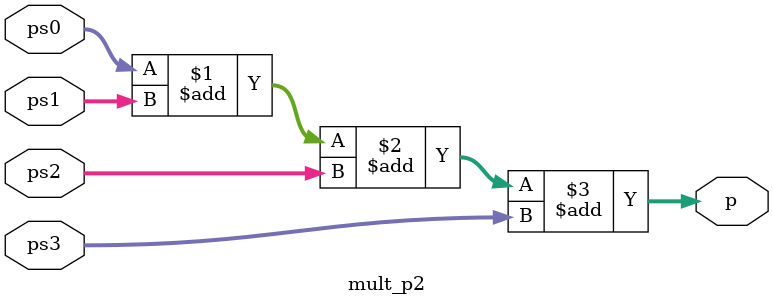
<source format=v>
module mult_p2
(
  input [15:0] ps0,
  input [15:0] ps1,
  input [15:0] ps2,
  input [15:0] ps3,
  output [15:0] p
);

  assign p = ps0 + ps1 + ps2 + ps3;

endmodule 
</source>
